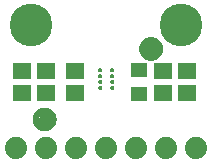
<source format=gbr>
G04 EAGLE Gerber RS-274X export*
G75*
%MOMM*%
%FSLAX34Y34*%
%LPD*%
%INSoldermask Top*%
%IPPOS*%
%AMOC8*
5,1,8,0,0,1.08239X$1,22.5*%
G01*
%ADD10C,1.101600*%
%ADD11C,0.500000*%
%ADD12C,3.617600*%
%ADD13R,1.601600X1.401600*%
%ADD14R,1.401600X1.301600*%
%ADD15C,1.879600*%

G36*
X94370Y87022D02*
X94370Y87022D01*
X94371Y87023D01*
X94372Y87022D01*
X94809Y87204D01*
X94810Y87204D01*
X94811Y87204D01*
X95186Y87493D01*
X95187Y87494D01*
X95476Y87869D01*
X95476Y87870D01*
X95476Y87871D01*
X95658Y88308D01*
X95657Y88309D01*
X95658Y88310D01*
X95658Y88311D01*
X95659Y88316D01*
X95660Y88321D01*
X95660Y88326D01*
X95667Y88380D01*
X95668Y88385D01*
X95669Y88390D01*
X95669Y88395D01*
X95670Y88400D01*
X95677Y88455D01*
X95678Y88460D01*
X95679Y88465D01*
X95679Y88470D01*
X95680Y88475D01*
X95687Y88529D01*
X95687Y88530D01*
X95688Y88534D01*
X95688Y88535D01*
X95688Y88539D01*
X95689Y88544D01*
X95690Y88549D01*
X95696Y88599D01*
X95697Y88604D01*
X95698Y88609D01*
X95698Y88614D01*
X95699Y88619D01*
X95699Y88624D01*
X95700Y88624D01*
X95699Y88624D01*
X95706Y88674D01*
X95707Y88679D01*
X95707Y88684D01*
X95708Y88688D01*
X95708Y88689D01*
X95709Y88693D01*
X95709Y88694D01*
X95709Y88698D01*
X95716Y88748D01*
X95716Y88753D01*
X95717Y88753D01*
X95716Y88753D01*
X95717Y88758D01*
X95718Y88763D01*
X95718Y88768D01*
X95719Y88773D01*
X95720Y88779D01*
X95719Y88780D01*
X95720Y88781D01*
X95658Y89250D01*
X95657Y89251D01*
X95658Y89252D01*
X95476Y89689D01*
X95476Y89690D01*
X95476Y89691D01*
X95187Y90066D01*
X95187Y90067D01*
X95186Y90067D01*
X94811Y90356D01*
X94810Y90356D01*
X94809Y90356D01*
X94372Y90538D01*
X94371Y90538D01*
X94370Y90538D01*
X93901Y90600D01*
X93900Y90599D01*
X93899Y90600D01*
X93430Y90538D01*
X93429Y90538D01*
X93428Y90538D01*
X92991Y90356D01*
X92990Y90356D01*
X92989Y90356D01*
X92614Y90067D01*
X92613Y90067D01*
X92613Y90066D01*
X92324Y89691D01*
X92324Y89690D01*
X92324Y89689D01*
X92142Y89252D01*
X92142Y89251D01*
X92143Y89251D01*
X92142Y89250D01*
X92141Y89241D01*
X92140Y89236D01*
X92139Y89231D01*
X92139Y89226D01*
X92138Y89221D01*
X92131Y89167D01*
X92130Y89162D01*
X92130Y89157D01*
X92129Y89152D01*
X92128Y89147D01*
X92122Y89097D01*
X92121Y89092D01*
X92120Y89087D01*
X92120Y89082D01*
X92119Y89077D01*
X92118Y89072D01*
X92112Y89023D01*
X92111Y89018D01*
X92111Y89013D01*
X92110Y89008D01*
X92109Y89003D01*
X92109Y88998D01*
X92102Y88948D01*
X92101Y88943D01*
X92101Y88938D01*
X92100Y88933D01*
X92100Y88928D01*
X92099Y88928D01*
X92100Y88928D01*
X92099Y88923D01*
X92092Y88874D01*
X92092Y88869D01*
X92091Y88864D01*
X92090Y88859D01*
X92090Y88854D01*
X92083Y88799D01*
X92082Y88799D01*
X92082Y88794D01*
X92081Y88789D01*
X92081Y88784D01*
X92080Y88781D01*
X92081Y88780D01*
X92080Y88779D01*
X92142Y88310D01*
X92143Y88309D01*
X92142Y88308D01*
X92324Y87871D01*
X92324Y87870D01*
X92324Y87869D01*
X92613Y87494D01*
X92614Y87493D01*
X92989Y87204D01*
X92990Y87204D01*
X92991Y87204D01*
X93428Y87022D01*
X93429Y87023D01*
X93430Y87022D01*
X93899Y86960D01*
X93900Y86961D01*
X93901Y86960D01*
X94370Y87022D01*
G37*
G36*
X84370Y87022D02*
X84370Y87022D01*
X84371Y87023D01*
X84372Y87022D01*
X84809Y87204D01*
X84810Y87204D01*
X84811Y87204D01*
X85186Y87493D01*
X85187Y87494D01*
X85476Y87869D01*
X85476Y87870D01*
X85476Y87871D01*
X85658Y88308D01*
X85657Y88309D01*
X85658Y88310D01*
X85658Y88311D01*
X85659Y88316D01*
X85660Y88321D01*
X85660Y88326D01*
X85667Y88380D01*
X85668Y88385D01*
X85669Y88390D01*
X85669Y88395D01*
X85670Y88400D01*
X85677Y88455D01*
X85678Y88460D01*
X85679Y88465D01*
X85679Y88470D01*
X85680Y88475D01*
X85687Y88529D01*
X85687Y88530D01*
X85688Y88534D01*
X85688Y88535D01*
X85688Y88539D01*
X85689Y88544D01*
X85690Y88549D01*
X85696Y88599D01*
X85697Y88604D01*
X85698Y88609D01*
X85698Y88614D01*
X85699Y88619D01*
X85699Y88624D01*
X85700Y88624D01*
X85699Y88624D01*
X85706Y88674D01*
X85707Y88679D01*
X85707Y88684D01*
X85708Y88688D01*
X85708Y88689D01*
X85709Y88693D01*
X85709Y88694D01*
X85709Y88698D01*
X85716Y88748D01*
X85716Y88753D01*
X85717Y88753D01*
X85716Y88753D01*
X85717Y88758D01*
X85718Y88763D01*
X85718Y88768D01*
X85719Y88773D01*
X85720Y88779D01*
X85719Y88780D01*
X85720Y88781D01*
X85658Y89250D01*
X85657Y89251D01*
X85658Y89252D01*
X85476Y89689D01*
X85476Y89690D01*
X85476Y89691D01*
X85187Y90066D01*
X85187Y90067D01*
X85186Y90067D01*
X84811Y90356D01*
X84810Y90356D01*
X84809Y90356D01*
X84372Y90538D01*
X84371Y90538D01*
X84370Y90538D01*
X83901Y90600D01*
X83900Y90599D01*
X83899Y90600D01*
X83430Y90538D01*
X83429Y90538D01*
X83428Y90538D01*
X82991Y90356D01*
X82990Y90356D01*
X82989Y90356D01*
X82614Y90067D01*
X82613Y90067D01*
X82613Y90066D01*
X82324Y89691D01*
X82324Y89690D01*
X82324Y89689D01*
X82142Y89252D01*
X82142Y89251D01*
X82143Y89251D01*
X82142Y89250D01*
X82141Y89241D01*
X82140Y89236D01*
X82139Y89231D01*
X82139Y89226D01*
X82138Y89221D01*
X82131Y89167D01*
X82130Y89162D01*
X82130Y89157D01*
X82129Y89152D01*
X82128Y89147D01*
X82122Y89097D01*
X82121Y89092D01*
X82120Y89087D01*
X82120Y89082D01*
X82119Y89077D01*
X82118Y89072D01*
X82112Y89023D01*
X82111Y89018D01*
X82111Y89013D01*
X82110Y89008D01*
X82109Y89003D01*
X82109Y88998D01*
X82102Y88948D01*
X82101Y88943D01*
X82101Y88938D01*
X82100Y88933D01*
X82100Y88928D01*
X82099Y88928D01*
X82100Y88928D01*
X82099Y88923D01*
X82092Y88874D01*
X82092Y88869D01*
X82091Y88864D01*
X82090Y88859D01*
X82090Y88854D01*
X82083Y88799D01*
X82082Y88799D01*
X82082Y88794D01*
X82081Y88789D01*
X82081Y88784D01*
X82080Y88781D01*
X82081Y88780D01*
X82080Y88779D01*
X82142Y88310D01*
X82143Y88309D01*
X82142Y88308D01*
X82324Y87871D01*
X82324Y87870D01*
X82324Y87869D01*
X82613Y87494D01*
X82614Y87493D01*
X82989Y87204D01*
X82990Y87204D01*
X82991Y87204D01*
X83428Y87022D01*
X83429Y87023D01*
X83430Y87022D01*
X83899Y86960D01*
X83900Y86961D01*
X83901Y86960D01*
X84370Y87022D01*
G37*
G36*
X84370Y82022D02*
X84370Y82022D01*
X84371Y82023D01*
X84372Y82022D01*
X84809Y82204D01*
X84810Y82204D01*
X84811Y82204D01*
X85186Y82493D01*
X85187Y82494D01*
X85476Y82869D01*
X85476Y82870D01*
X85476Y82871D01*
X85658Y83308D01*
X85657Y83309D01*
X85658Y83310D01*
X85658Y83311D01*
X85659Y83316D01*
X85660Y83321D01*
X85660Y83326D01*
X85667Y83380D01*
X85668Y83385D01*
X85669Y83390D01*
X85669Y83395D01*
X85670Y83400D01*
X85677Y83455D01*
X85678Y83460D01*
X85679Y83465D01*
X85679Y83470D01*
X85680Y83475D01*
X85687Y83529D01*
X85687Y83530D01*
X85688Y83534D01*
X85688Y83535D01*
X85688Y83539D01*
X85689Y83544D01*
X85690Y83549D01*
X85696Y83599D01*
X85697Y83604D01*
X85698Y83609D01*
X85698Y83614D01*
X85699Y83619D01*
X85699Y83624D01*
X85700Y83624D01*
X85699Y83624D01*
X85706Y83674D01*
X85707Y83679D01*
X85707Y83684D01*
X85708Y83688D01*
X85708Y83689D01*
X85709Y83693D01*
X85709Y83694D01*
X85709Y83698D01*
X85716Y83748D01*
X85716Y83753D01*
X85717Y83753D01*
X85716Y83753D01*
X85717Y83758D01*
X85718Y83763D01*
X85718Y83768D01*
X85719Y83773D01*
X85720Y83779D01*
X85719Y83780D01*
X85720Y83781D01*
X85658Y84250D01*
X85657Y84251D01*
X85658Y84252D01*
X85476Y84689D01*
X85476Y84690D01*
X85476Y84691D01*
X85187Y85066D01*
X85187Y85067D01*
X85186Y85067D01*
X84811Y85356D01*
X84810Y85356D01*
X84809Y85356D01*
X84372Y85538D01*
X84371Y85538D01*
X84370Y85538D01*
X83901Y85600D01*
X83900Y85599D01*
X83899Y85600D01*
X83430Y85538D01*
X83429Y85538D01*
X83428Y85538D01*
X82991Y85356D01*
X82990Y85356D01*
X82989Y85356D01*
X82614Y85067D01*
X82613Y85067D01*
X82613Y85066D01*
X82324Y84691D01*
X82324Y84690D01*
X82324Y84689D01*
X82142Y84252D01*
X82142Y84251D01*
X82143Y84251D01*
X82142Y84250D01*
X82141Y84241D01*
X82140Y84236D01*
X82139Y84231D01*
X82139Y84226D01*
X82138Y84221D01*
X82131Y84167D01*
X82130Y84162D01*
X82130Y84157D01*
X82129Y84152D01*
X82128Y84147D01*
X82122Y84097D01*
X82121Y84092D01*
X82120Y84087D01*
X82120Y84082D01*
X82119Y84077D01*
X82118Y84072D01*
X82112Y84023D01*
X82111Y84018D01*
X82111Y84013D01*
X82110Y84008D01*
X82109Y84003D01*
X82109Y83998D01*
X82102Y83948D01*
X82101Y83943D01*
X82101Y83938D01*
X82100Y83933D01*
X82100Y83928D01*
X82099Y83928D01*
X82100Y83928D01*
X82099Y83923D01*
X82092Y83874D01*
X82092Y83869D01*
X82091Y83864D01*
X82090Y83859D01*
X82090Y83854D01*
X82083Y83799D01*
X82082Y83799D01*
X82082Y83794D01*
X82081Y83789D01*
X82081Y83784D01*
X82080Y83781D01*
X82081Y83780D01*
X82080Y83779D01*
X82142Y83310D01*
X82143Y83309D01*
X82142Y83308D01*
X82324Y82871D01*
X82324Y82870D01*
X82324Y82869D01*
X82613Y82494D01*
X82614Y82493D01*
X82989Y82204D01*
X82990Y82204D01*
X82991Y82204D01*
X83428Y82022D01*
X83429Y82023D01*
X83430Y82022D01*
X83899Y81960D01*
X83900Y81961D01*
X83901Y81960D01*
X84370Y82022D01*
G37*
G36*
X94370Y82022D02*
X94370Y82022D01*
X94371Y82023D01*
X94372Y82022D01*
X94809Y82204D01*
X94810Y82204D01*
X94811Y82204D01*
X95186Y82493D01*
X95187Y82494D01*
X95476Y82869D01*
X95476Y82870D01*
X95476Y82871D01*
X95658Y83308D01*
X95657Y83309D01*
X95658Y83310D01*
X95658Y83311D01*
X95659Y83316D01*
X95660Y83321D01*
X95660Y83326D01*
X95667Y83380D01*
X95668Y83385D01*
X95669Y83390D01*
X95669Y83395D01*
X95670Y83400D01*
X95677Y83455D01*
X95678Y83460D01*
X95679Y83465D01*
X95679Y83470D01*
X95680Y83475D01*
X95687Y83529D01*
X95687Y83530D01*
X95688Y83534D01*
X95688Y83535D01*
X95688Y83539D01*
X95689Y83544D01*
X95690Y83549D01*
X95696Y83599D01*
X95697Y83604D01*
X95698Y83609D01*
X95698Y83614D01*
X95699Y83619D01*
X95699Y83624D01*
X95700Y83624D01*
X95699Y83624D01*
X95706Y83674D01*
X95707Y83679D01*
X95707Y83684D01*
X95708Y83688D01*
X95708Y83689D01*
X95709Y83693D01*
X95709Y83694D01*
X95709Y83698D01*
X95716Y83748D01*
X95716Y83753D01*
X95717Y83753D01*
X95716Y83753D01*
X95717Y83758D01*
X95718Y83763D01*
X95718Y83768D01*
X95719Y83773D01*
X95720Y83779D01*
X95719Y83780D01*
X95720Y83781D01*
X95658Y84250D01*
X95657Y84251D01*
X95658Y84252D01*
X95476Y84689D01*
X95476Y84690D01*
X95476Y84691D01*
X95187Y85066D01*
X95187Y85067D01*
X95186Y85067D01*
X94811Y85356D01*
X94810Y85356D01*
X94809Y85356D01*
X94372Y85538D01*
X94371Y85538D01*
X94370Y85538D01*
X93901Y85600D01*
X93900Y85599D01*
X93899Y85600D01*
X93430Y85538D01*
X93429Y85538D01*
X93428Y85538D01*
X92991Y85356D01*
X92990Y85356D01*
X92989Y85356D01*
X92614Y85067D01*
X92613Y85067D01*
X92613Y85066D01*
X92324Y84691D01*
X92324Y84690D01*
X92324Y84689D01*
X92142Y84252D01*
X92142Y84251D01*
X92143Y84251D01*
X92142Y84250D01*
X92141Y84241D01*
X92140Y84236D01*
X92139Y84231D01*
X92139Y84226D01*
X92138Y84221D01*
X92131Y84167D01*
X92130Y84162D01*
X92130Y84157D01*
X92129Y84152D01*
X92128Y84147D01*
X92122Y84097D01*
X92121Y84092D01*
X92120Y84087D01*
X92120Y84082D01*
X92119Y84077D01*
X92118Y84072D01*
X92112Y84023D01*
X92111Y84018D01*
X92111Y84013D01*
X92110Y84008D01*
X92109Y84003D01*
X92109Y83998D01*
X92102Y83948D01*
X92101Y83943D01*
X92101Y83938D01*
X92100Y83933D01*
X92100Y83928D01*
X92099Y83928D01*
X92100Y83928D01*
X92099Y83923D01*
X92092Y83874D01*
X92092Y83869D01*
X92091Y83864D01*
X92090Y83859D01*
X92090Y83854D01*
X92083Y83799D01*
X92082Y83799D01*
X92082Y83794D01*
X92081Y83789D01*
X92081Y83784D01*
X92080Y83781D01*
X92081Y83780D01*
X92080Y83779D01*
X92142Y83310D01*
X92143Y83309D01*
X92142Y83308D01*
X92324Y82871D01*
X92324Y82870D01*
X92324Y82869D01*
X92613Y82494D01*
X92614Y82493D01*
X92989Y82204D01*
X92990Y82204D01*
X92991Y82204D01*
X93428Y82022D01*
X93429Y82023D01*
X93430Y82022D01*
X93899Y81960D01*
X93900Y81961D01*
X93901Y81960D01*
X94370Y82022D01*
G37*
G36*
X84370Y77022D02*
X84370Y77022D01*
X84371Y77023D01*
X84372Y77022D01*
X84809Y77204D01*
X84810Y77204D01*
X84811Y77204D01*
X85186Y77493D01*
X85187Y77494D01*
X85476Y77869D01*
X85476Y77870D01*
X85476Y77871D01*
X85658Y78308D01*
X85657Y78309D01*
X85658Y78310D01*
X85658Y78311D01*
X85659Y78316D01*
X85660Y78321D01*
X85660Y78326D01*
X85667Y78380D01*
X85668Y78385D01*
X85669Y78390D01*
X85669Y78395D01*
X85670Y78400D01*
X85677Y78455D01*
X85678Y78460D01*
X85679Y78465D01*
X85679Y78470D01*
X85680Y78475D01*
X85687Y78529D01*
X85687Y78530D01*
X85688Y78534D01*
X85688Y78535D01*
X85688Y78539D01*
X85689Y78544D01*
X85690Y78549D01*
X85696Y78599D01*
X85697Y78604D01*
X85698Y78609D01*
X85698Y78614D01*
X85699Y78619D01*
X85699Y78624D01*
X85700Y78624D01*
X85699Y78624D01*
X85706Y78674D01*
X85707Y78679D01*
X85707Y78684D01*
X85708Y78688D01*
X85708Y78689D01*
X85709Y78693D01*
X85709Y78694D01*
X85709Y78698D01*
X85716Y78748D01*
X85716Y78753D01*
X85717Y78753D01*
X85716Y78753D01*
X85717Y78758D01*
X85718Y78763D01*
X85718Y78768D01*
X85719Y78773D01*
X85720Y78779D01*
X85719Y78780D01*
X85720Y78781D01*
X85658Y79250D01*
X85657Y79251D01*
X85658Y79252D01*
X85476Y79689D01*
X85476Y79690D01*
X85476Y79691D01*
X85187Y80066D01*
X85187Y80067D01*
X85186Y80067D01*
X84811Y80356D01*
X84810Y80356D01*
X84809Y80356D01*
X84372Y80538D01*
X84371Y80538D01*
X84370Y80538D01*
X83901Y80600D01*
X83900Y80599D01*
X83899Y80600D01*
X83430Y80538D01*
X83429Y80538D01*
X83428Y80538D01*
X82991Y80356D01*
X82990Y80356D01*
X82989Y80356D01*
X82614Y80067D01*
X82613Y80067D01*
X82613Y80066D01*
X82324Y79691D01*
X82324Y79690D01*
X82324Y79689D01*
X82142Y79252D01*
X82142Y79251D01*
X82143Y79251D01*
X82142Y79250D01*
X82141Y79241D01*
X82140Y79236D01*
X82139Y79231D01*
X82139Y79226D01*
X82138Y79221D01*
X82131Y79167D01*
X82130Y79162D01*
X82130Y79157D01*
X82129Y79152D01*
X82128Y79147D01*
X82122Y79097D01*
X82121Y79092D01*
X82120Y79087D01*
X82120Y79082D01*
X82119Y79077D01*
X82118Y79072D01*
X82112Y79023D01*
X82111Y79018D01*
X82111Y79013D01*
X82110Y79008D01*
X82109Y79003D01*
X82109Y78998D01*
X82102Y78948D01*
X82101Y78943D01*
X82101Y78938D01*
X82100Y78933D01*
X82100Y78928D01*
X82099Y78928D01*
X82100Y78928D01*
X82099Y78923D01*
X82092Y78874D01*
X82092Y78869D01*
X82091Y78864D01*
X82090Y78859D01*
X82090Y78854D01*
X82083Y78799D01*
X82082Y78799D01*
X82082Y78794D01*
X82081Y78789D01*
X82081Y78784D01*
X82080Y78781D01*
X82081Y78780D01*
X82080Y78779D01*
X82142Y78310D01*
X82143Y78309D01*
X82142Y78308D01*
X82324Y77871D01*
X82324Y77870D01*
X82324Y77869D01*
X82613Y77494D01*
X82614Y77493D01*
X82989Y77204D01*
X82990Y77204D01*
X82991Y77204D01*
X83428Y77022D01*
X83429Y77023D01*
X83430Y77022D01*
X83899Y76960D01*
X83900Y76961D01*
X83901Y76960D01*
X84370Y77022D01*
G37*
G36*
X94370Y77022D02*
X94370Y77022D01*
X94371Y77023D01*
X94372Y77022D01*
X94809Y77204D01*
X94810Y77204D01*
X94811Y77204D01*
X95186Y77493D01*
X95187Y77494D01*
X95476Y77869D01*
X95476Y77870D01*
X95476Y77871D01*
X95658Y78308D01*
X95657Y78309D01*
X95658Y78310D01*
X95658Y78311D01*
X95659Y78316D01*
X95660Y78321D01*
X95660Y78326D01*
X95667Y78380D01*
X95668Y78385D01*
X95669Y78390D01*
X95669Y78395D01*
X95670Y78400D01*
X95677Y78455D01*
X95678Y78460D01*
X95679Y78465D01*
X95679Y78470D01*
X95680Y78475D01*
X95687Y78529D01*
X95687Y78530D01*
X95688Y78534D01*
X95688Y78535D01*
X95688Y78539D01*
X95689Y78544D01*
X95690Y78549D01*
X95696Y78599D01*
X95697Y78604D01*
X95698Y78609D01*
X95698Y78614D01*
X95699Y78619D01*
X95699Y78624D01*
X95700Y78624D01*
X95699Y78624D01*
X95706Y78674D01*
X95707Y78679D01*
X95707Y78684D01*
X95708Y78688D01*
X95708Y78689D01*
X95709Y78693D01*
X95709Y78694D01*
X95709Y78698D01*
X95716Y78748D01*
X95716Y78753D01*
X95717Y78753D01*
X95716Y78753D01*
X95717Y78758D01*
X95718Y78763D01*
X95718Y78768D01*
X95719Y78773D01*
X95720Y78779D01*
X95719Y78780D01*
X95720Y78781D01*
X95658Y79250D01*
X95657Y79251D01*
X95658Y79252D01*
X95476Y79689D01*
X95476Y79690D01*
X95476Y79691D01*
X95187Y80066D01*
X95187Y80067D01*
X95186Y80067D01*
X94811Y80356D01*
X94810Y80356D01*
X94809Y80356D01*
X94372Y80538D01*
X94371Y80538D01*
X94370Y80538D01*
X93901Y80600D01*
X93900Y80599D01*
X93899Y80600D01*
X93430Y80538D01*
X93429Y80538D01*
X93428Y80538D01*
X92991Y80356D01*
X92990Y80356D01*
X92989Y80356D01*
X92614Y80067D01*
X92613Y80067D01*
X92613Y80066D01*
X92324Y79691D01*
X92324Y79690D01*
X92324Y79689D01*
X92142Y79252D01*
X92142Y79251D01*
X92143Y79251D01*
X92142Y79250D01*
X92141Y79241D01*
X92140Y79236D01*
X92139Y79231D01*
X92139Y79226D01*
X92138Y79221D01*
X92131Y79167D01*
X92130Y79162D01*
X92130Y79157D01*
X92129Y79152D01*
X92128Y79147D01*
X92122Y79097D01*
X92121Y79092D01*
X92120Y79087D01*
X92120Y79082D01*
X92119Y79077D01*
X92118Y79072D01*
X92112Y79023D01*
X92111Y79018D01*
X92111Y79013D01*
X92110Y79008D01*
X92109Y79003D01*
X92109Y78998D01*
X92102Y78948D01*
X92101Y78943D01*
X92101Y78938D01*
X92100Y78933D01*
X92100Y78928D01*
X92099Y78928D01*
X92100Y78928D01*
X92099Y78923D01*
X92092Y78874D01*
X92092Y78869D01*
X92091Y78864D01*
X92090Y78859D01*
X92090Y78854D01*
X92083Y78799D01*
X92082Y78799D01*
X92082Y78794D01*
X92081Y78789D01*
X92081Y78784D01*
X92080Y78781D01*
X92081Y78780D01*
X92080Y78779D01*
X92142Y78310D01*
X92143Y78309D01*
X92142Y78308D01*
X92324Y77871D01*
X92324Y77870D01*
X92324Y77869D01*
X92613Y77494D01*
X92614Y77493D01*
X92989Y77204D01*
X92990Y77204D01*
X92991Y77204D01*
X93428Y77022D01*
X93429Y77023D01*
X93430Y77022D01*
X93899Y76960D01*
X93900Y76961D01*
X93901Y76960D01*
X94370Y77022D01*
G37*
G36*
X84370Y72022D02*
X84370Y72022D01*
X84371Y72023D01*
X84372Y72022D01*
X84809Y72204D01*
X84810Y72204D01*
X84811Y72204D01*
X85186Y72493D01*
X85187Y72494D01*
X85476Y72869D01*
X85476Y72870D01*
X85476Y72871D01*
X85658Y73308D01*
X85657Y73309D01*
X85658Y73310D01*
X85658Y73311D01*
X85659Y73316D01*
X85660Y73321D01*
X85660Y73326D01*
X85667Y73380D01*
X85668Y73385D01*
X85669Y73390D01*
X85669Y73395D01*
X85670Y73400D01*
X85677Y73455D01*
X85678Y73460D01*
X85679Y73465D01*
X85679Y73470D01*
X85680Y73475D01*
X85687Y73529D01*
X85687Y73530D01*
X85688Y73534D01*
X85688Y73535D01*
X85688Y73539D01*
X85689Y73544D01*
X85690Y73549D01*
X85696Y73599D01*
X85697Y73604D01*
X85698Y73609D01*
X85698Y73614D01*
X85699Y73619D01*
X85699Y73624D01*
X85700Y73624D01*
X85699Y73624D01*
X85706Y73674D01*
X85707Y73679D01*
X85707Y73684D01*
X85708Y73688D01*
X85708Y73689D01*
X85709Y73693D01*
X85709Y73694D01*
X85709Y73698D01*
X85716Y73748D01*
X85716Y73753D01*
X85717Y73753D01*
X85716Y73753D01*
X85717Y73758D01*
X85718Y73763D01*
X85718Y73768D01*
X85719Y73773D01*
X85720Y73779D01*
X85719Y73780D01*
X85720Y73781D01*
X85658Y74250D01*
X85657Y74251D01*
X85658Y74252D01*
X85476Y74689D01*
X85476Y74690D01*
X85476Y74691D01*
X85187Y75066D01*
X85187Y75067D01*
X85186Y75067D01*
X84811Y75356D01*
X84810Y75356D01*
X84809Y75356D01*
X84372Y75538D01*
X84371Y75538D01*
X84370Y75538D01*
X83901Y75600D01*
X83900Y75599D01*
X83899Y75600D01*
X83430Y75538D01*
X83429Y75538D01*
X83428Y75538D01*
X82991Y75356D01*
X82990Y75356D01*
X82989Y75356D01*
X82614Y75067D01*
X82613Y75067D01*
X82613Y75066D01*
X82324Y74691D01*
X82324Y74690D01*
X82324Y74689D01*
X82142Y74252D01*
X82142Y74251D01*
X82143Y74251D01*
X82142Y74250D01*
X82141Y74241D01*
X82140Y74236D01*
X82139Y74231D01*
X82139Y74226D01*
X82138Y74221D01*
X82131Y74167D01*
X82130Y74162D01*
X82130Y74157D01*
X82129Y74152D01*
X82128Y74147D01*
X82122Y74097D01*
X82121Y74092D01*
X82120Y74087D01*
X82120Y74082D01*
X82119Y74077D01*
X82118Y74072D01*
X82112Y74023D01*
X82111Y74018D01*
X82111Y74013D01*
X82110Y74008D01*
X82109Y74003D01*
X82109Y73998D01*
X82102Y73948D01*
X82101Y73943D01*
X82101Y73938D01*
X82100Y73933D01*
X82100Y73928D01*
X82099Y73928D01*
X82100Y73928D01*
X82099Y73923D01*
X82092Y73874D01*
X82092Y73869D01*
X82091Y73864D01*
X82090Y73859D01*
X82090Y73854D01*
X82083Y73799D01*
X82082Y73799D01*
X82082Y73794D01*
X82081Y73789D01*
X82081Y73784D01*
X82080Y73781D01*
X82081Y73780D01*
X82080Y73779D01*
X82142Y73310D01*
X82143Y73309D01*
X82142Y73308D01*
X82324Y72871D01*
X82324Y72870D01*
X82324Y72869D01*
X82613Y72494D01*
X82614Y72493D01*
X82989Y72204D01*
X82990Y72204D01*
X82991Y72204D01*
X83428Y72022D01*
X83429Y72023D01*
X83430Y72022D01*
X83899Y71960D01*
X83900Y71961D01*
X83901Y71960D01*
X84370Y72022D01*
G37*
G36*
X94370Y72022D02*
X94370Y72022D01*
X94371Y72023D01*
X94372Y72022D01*
X94809Y72204D01*
X94810Y72204D01*
X94811Y72204D01*
X95186Y72493D01*
X95187Y72494D01*
X95476Y72869D01*
X95476Y72870D01*
X95476Y72871D01*
X95658Y73308D01*
X95657Y73309D01*
X95658Y73310D01*
X95658Y73311D01*
X95659Y73316D01*
X95660Y73321D01*
X95660Y73326D01*
X95667Y73380D01*
X95668Y73385D01*
X95669Y73390D01*
X95669Y73395D01*
X95670Y73400D01*
X95677Y73455D01*
X95678Y73460D01*
X95679Y73465D01*
X95679Y73470D01*
X95680Y73475D01*
X95687Y73529D01*
X95687Y73530D01*
X95688Y73534D01*
X95688Y73535D01*
X95688Y73539D01*
X95689Y73544D01*
X95690Y73549D01*
X95696Y73599D01*
X95697Y73604D01*
X95698Y73609D01*
X95698Y73614D01*
X95699Y73619D01*
X95699Y73624D01*
X95700Y73624D01*
X95699Y73624D01*
X95706Y73674D01*
X95707Y73679D01*
X95707Y73684D01*
X95708Y73688D01*
X95708Y73689D01*
X95709Y73693D01*
X95709Y73694D01*
X95709Y73698D01*
X95716Y73748D01*
X95716Y73753D01*
X95717Y73753D01*
X95716Y73753D01*
X95717Y73758D01*
X95718Y73763D01*
X95718Y73768D01*
X95719Y73773D01*
X95720Y73779D01*
X95719Y73780D01*
X95720Y73781D01*
X95658Y74250D01*
X95657Y74251D01*
X95658Y74252D01*
X95476Y74689D01*
X95476Y74690D01*
X95476Y74691D01*
X95187Y75066D01*
X95187Y75067D01*
X95186Y75067D01*
X94811Y75356D01*
X94810Y75356D01*
X94809Y75356D01*
X94372Y75538D01*
X94371Y75538D01*
X94370Y75538D01*
X93901Y75600D01*
X93900Y75599D01*
X93899Y75600D01*
X93430Y75538D01*
X93429Y75538D01*
X93428Y75538D01*
X92991Y75356D01*
X92990Y75356D01*
X92989Y75356D01*
X92614Y75067D01*
X92613Y75067D01*
X92613Y75066D01*
X92324Y74691D01*
X92324Y74690D01*
X92324Y74689D01*
X92142Y74252D01*
X92142Y74251D01*
X92143Y74251D01*
X92142Y74250D01*
X92141Y74241D01*
X92140Y74236D01*
X92139Y74231D01*
X92139Y74226D01*
X92138Y74221D01*
X92131Y74167D01*
X92130Y74162D01*
X92130Y74157D01*
X92129Y74152D01*
X92128Y74147D01*
X92122Y74097D01*
X92121Y74092D01*
X92120Y74087D01*
X92120Y74082D01*
X92119Y74077D01*
X92118Y74072D01*
X92112Y74023D01*
X92111Y74018D01*
X92111Y74013D01*
X92110Y74008D01*
X92109Y74003D01*
X92109Y73998D01*
X92102Y73948D01*
X92101Y73943D01*
X92101Y73938D01*
X92100Y73933D01*
X92100Y73928D01*
X92099Y73928D01*
X92100Y73928D01*
X92099Y73923D01*
X92092Y73874D01*
X92092Y73869D01*
X92091Y73864D01*
X92090Y73859D01*
X92090Y73854D01*
X92083Y73799D01*
X92082Y73799D01*
X92082Y73794D01*
X92081Y73789D01*
X92081Y73784D01*
X92080Y73781D01*
X92081Y73780D01*
X92080Y73779D01*
X92142Y73310D01*
X92143Y73309D01*
X92142Y73308D01*
X92324Y72871D01*
X92324Y72870D01*
X92324Y72869D01*
X92613Y72494D01*
X92614Y72493D01*
X92989Y72204D01*
X92990Y72204D01*
X92991Y72204D01*
X93428Y72022D01*
X93429Y72023D01*
X93430Y72022D01*
X93899Y71960D01*
X93900Y71961D01*
X93901Y71960D01*
X94370Y72022D01*
G37*
D10*
X36830Y46990D03*
D11*
X36830Y54490D02*
X36649Y54488D01*
X36468Y54481D01*
X36287Y54470D01*
X36106Y54455D01*
X35926Y54435D01*
X35746Y54411D01*
X35567Y54383D01*
X35389Y54350D01*
X35212Y54313D01*
X35035Y54272D01*
X34860Y54227D01*
X34685Y54177D01*
X34512Y54123D01*
X34341Y54065D01*
X34170Y54003D01*
X34002Y53936D01*
X33835Y53866D01*
X33669Y53792D01*
X33506Y53713D01*
X33345Y53631D01*
X33185Y53545D01*
X33028Y53455D01*
X32873Y53361D01*
X32720Y53264D01*
X32570Y53162D01*
X32422Y53058D01*
X32276Y52949D01*
X32134Y52838D01*
X31994Y52722D01*
X31857Y52604D01*
X31722Y52482D01*
X31591Y52357D01*
X31463Y52229D01*
X31338Y52098D01*
X31216Y51963D01*
X31098Y51826D01*
X30982Y51686D01*
X30871Y51544D01*
X30762Y51398D01*
X30658Y51250D01*
X30556Y51100D01*
X30459Y50947D01*
X30365Y50792D01*
X30275Y50635D01*
X30189Y50475D01*
X30107Y50314D01*
X30028Y50151D01*
X29954Y49985D01*
X29884Y49818D01*
X29817Y49650D01*
X29755Y49479D01*
X29697Y49308D01*
X29643Y49135D01*
X29593Y48960D01*
X29548Y48785D01*
X29507Y48608D01*
X29470Y48431D01*
X29437Y48253D01*
X29409Y48074D01*
X29385Y47894D01*
X29365Y47714D01*
X29350Y47533D01*
X29339Y47352D01*
X29332Y47171D01*
X29330Y46990D01*
X36830Y54490D02*
X37011Y54488D01*
X37192Y54481D01*
X37373Y54470D01*
X37554Y54455D01*
X37734Y54435D01*
X37914Y54411D01*
X38093Y54383D01*
X38271Y54350D01*
X38448Y54313D01*
X38625Y54272D01*
X38800Y54227D01*
X38975Y54177D01*
X39148Y54123D01*
X39319Y54065D01*
X39490Y54003D01*
X39658Y53936D01*
X39825Y53866D01*
X39991Y53792D01*
X40154Y53713D01*
X40315Y53631D01*
X40475Y53545D01*
X40632Y53455D01*
X40787Y53361D01*
X40940Y53264D01*
X41090Y53162D01*
X41238Y53058D01*
X41384Y52949D01*
X41526Y52838D01*
X41666Y52722D01*
X41803Y52604D01*
X41938Y52482D01*
X42069Y52357D01*
X42197Y52229D01*
X42322Y52098D01*
X42444Y51963D01*
X42562Y51826D01*
X42678Y51686D01*
X42789Y51544D01*
X42898Y51398D01*
X43002Y51250D01*
X43104Y51100D01*
X43201Y50947D01*
X43295Y50792D01*
X43385Y50635D01*
X43471Y50475D01*
X43553Y50314D01*
X43632Y50151D01*
X43706Y49985D01*
X43776Y49818D01*
X43843Y49650D01*
X43905Y49479D01*
X43963Y49308D01*
X44017Y49135D01*
X44067Y48960D01*
X44112Y48785D01*
X44153Y48608D01*
X44190Y48431D01*
X44223Y48253D01*
X44251Y48074D01*
X44275Y47894D01*
X44295Y47714D01*
X44310Y47533D01*
X44321Y47352D01*
X44328Y47171D01*
X44330Y46990D01*
X44328Y46809D01*
X44321Y46628D01*
X44310Y46447D01*
X44295Y46266D01*
X44275Y46086D01*
X44251Y45906D01*
X44223Y45727D01*
X44190Y45549D01*
X44153Y45372D01*
X44112Y45195D01*
X44067Y45020D01*
X44017Y44845D01*
X43963Y44672D01*
X43905Y44501D01*
X43843Y44330D01*
X43776Y44162D01*
X43706Y43995D01*
X43632Y43829D01*
X43553Y43666D01*
X43471Y43505D01*
X43385Y43345D01*
X43295Y43188D01*
X43201Y43033D01*
X43104Y42880D01*
X43002Y42730D01*
X42898Y42582D01*
X42789Y42436D01*
X42678Y42294D01*
X42562Y42154D01*
X42444Y42017D01*
X42322Y41882D01*
X42197Y41751D01*
X42069Y41623D01*
X41938Y41498D01*
X41803Y41376D01*
X41666Y41258D01*
X41526Y41142D01*
X41384Y41031D01*
X41238Y40922D01*
X41090Y40818D01*
X40940Y40716D01*
X40787Y40619D01*
X40632Y40525D01*
X40475Y40435D01*
X40315Y40349D01*
X40154Y40267D01*
X39991Y40188D01*
X39825Y40114D01*
X39658Y40044D01*
X39490Y39977D01*
X39319Y39915D01*
X39148Y39857D01*
X38975Y39803D01*
X38800Y39753D01*
X38625Y39708D01*
X38448Y39667D01*
X38271Y39630D01*
X38093Y39597D01*
X37914Y39569D01*
X37734Y39545D01*
X37554Y39525D01*
X37373Y39510D01*
X37192Y39499D01*
X37011Y39492D01*
X36830Y39490D01*
X36649Y39492D01*
X36468Y39499D01*
X36287Y39510D01*
X36106Y39525D01*
X35926Y39545D01*
X35746Y39569D01*
X35567Y39597D01*
X35389Y39630D01*
X35212Y39667D01*
X35035Y39708D01*
X34860Y39753D01*
X34685Y39803D01*
X34512Y39857D01*
X34341Y39915D01*
X34170Y39977D01*
X34002Y40044D01*
X33835Y40114D01*
X33669Y40188D01*
X33506Y40267D01*
X33345Y40349D01*
X33185Y40435D01*
X33028Y40525D01*
X32873Y40619D01*
X32720Y40716D01*
X32570Y40818D01*
X32422Y40922D01*
X32276Y41031D01*
X32134Y41142D01*
X31994Y41258D01*
X31857Y41376D01*
X31722Y41498D01*
X31591Y41623D01*
X31463Y41751D01*
X31338Y41882D01*
X31216Y42017D01*
X31098Y42154D01*
X30982Y42294D01*
X30871Y42436D01*
X30762Y42582D01*
X30658Y42730D01*
X30556Y42880D01*
X30459Y43033D01*
X30365Y43188D01*
X30275Y43345D01*
X30189Y43505D01*
X30107Y43666D01*
X30028Y43829D01*
X29954Y43995D01*
X29884Y44162D01*
X29817Y44330D01*
X29755Y44501D01*
X29697Y44672D01*
X29643Y44845D01*
X29593Y45020D01*
X29548Y45195D01*
X29507Y45372D01*
X29470Y45549D01*
X29437Y45727D01*
X29409Y45906D01*
X29385Y46086D01*
X29365Y46266D01*
X29350Y46447D01*
X29339Y46628D01*
X29332Y46809D01*
X29330Y46990D01*
D10*
X127000Y106680D03*
D11*
X127000Y114180D02*
X126819Y114178D01*
X126638Y114171D01*
X126457Y114160D01*
X126276Y114145D01*
X126096Y114125D01*
X125916Y114101D01*
X125737Y114073D01*
X125559Y114040D01*
X125382Y114003D01*
X125205Y113962D01*
X125030Y113917D01*
X124855Y113867D01*
X124682Y113813D01*
X124511Y113755D01*
X124340Y113693D01*
X124172Y113626D01*
X124005Y113556D01*
X123839Y113482D01*
X123676Y113403D01*
X123515Y113321D01*
X123355Y113235D01*
X123198Y113145D01*
X123043Y113051D01*
X122890Y112954D01*
X122740Y112852D01*
X122592Y112748D01*
X122446Y112639D01*
X122304Y112528D01*
X122164Y112412D01*
X122027Y112294D01*
X121892Y112172D01*
X121761Y112047D01*
X121633Y111919D01*
X121508Y111788D01*
X121386Y111653D01*
X121268Y111516D01*
X121152Y111376D01*
X121041Y111234D01*
X120932Y111088D01*
X120828Y110940D01*
X120726Y110790D01*
X120629Y110637D01*
X120535Y110482D01*
X120445Y110325D01*
X120359Y110165D01*
X120277Y110004D01*
X120198Y109841D01*
X120124Y109675D01*
X120054Y109508D01*
X119987Y109340D01*
X119925Y109169D01*
X119867Y108998D01*
X119813Y108825D01*
X119763Y108650D01*
X119718Y108475D01*
X119677Y108298D01*
X119640Y108121D01*
X119607Y107943D01*
X119579Y107764D01*
X119555Y107584D01*
X119535Y107404D01*
X119520Y107223D01*
X119509Y107042D01*
X119502Y106861D01*
X119500Y106680D01*
X127000Y114180D02*
X127181Y114178D01*
X127362Y114171D01*
X127543Y114160D01*
X127724Y114145D01*
X127904Y114125D01*
X128084Y114101D01*
X128263Y114073D01*
X128441Y114040D01*
X128618Y114003D01*
X128795Y113962D01*
X128970Y113917D01*
X129145Y113867D01*
X129318Y113813D01*
X129489Y113755D01*
X129660Y113693D01*
X129828Y113626D01*
X129995Y113556D01*
X130161Y113482D01*
X130324Y113403D01*
X130485Y113321D01*
X130645Y113235D01*
X130802Y113145D01*
X130957Y113051D01*
X131110Y112954D01*
X131260Y112852D01*
X131408Y112748D01*
X131554Y112639D01*
X131696Y112528D01*
X131836Y112412D01*
X131973Y112294D01*
X132108Y112172D01*
X132239Y112047D01*
X132367Y111919D01*
X132492Y111788D01*
X132614Y111653D01*
X132732Y111516D01*
X132848Y111376D01*
X132959Y111234D01*
X133068Y111088D01*
X133172Y110940D01*
X133274Y110790D01*
X133371Y110637D01*
X133465Y110482D01*
X133555Y110325D01*
X133641Y110165D01*
X133723Y110004D01*
X133802Y109841D01*
X133876Y109675D01*
X133946Y109508D01*
X134013Y109340D01*
X134075Y109169D01*
X134133Y108998D01*
X134187Y108825D01*
X134237Y108650D01*
X134282Y108475D01*
X134323Y108298D01*
X134360Y108121D01*
X134393Y107943D01*
X134421Y107764D01*
X134445Y107584D01*
X134465Y107404D01*
X134480Y107223D01*
X134491Y107042D01*
X134498Y106861D01*
X134500Y106680D01*
X134498Y106499D01*
X134491Y106318D01*
X134480Y106137D01*
X134465Y105956D01*
X134445Y105776D01*
X134421Y105596D01*
X134393Y105417D01*
X134360Y105239D01*
X134323Y105062D01*
X134282Y104885D01*
X134237Y104710D01*
X134187Y104535D01*
X134133Y104362D01*
X134075Y104191D01*
X134013Y104020D01*
X133946Y103852D01*
X133876Y103685D01*
X133802Y103519D01*
X133723Y103356D01*
X133641Y103195D01*
X133555Y103035D01*
X133465Y102878D01*
X133371Y102723D01*
X133274Y102570D01*
X133172Y102420D01*
X133068Y102272D01*
X132959Y102126D01*
X132848Y101984D01*
X132732Y101844D01*
X132614Y101707D01*
X132492Y101572D01*
X132367Y101441D01*
X132239Y101313D01*
X132108Y101188D01*
X131973Y101066D01*
X131836Y100948D01*
X131696Y100832D01*
X131554Y100721D01*
X131408Y100612D01*
X131260Y100508D01*
X131110Y100406D01*
X130957Y100309D01*
X130802Y100215D01*
X130645Y100125D01*
X130485Y100039D01*
X130324Y99957D01*
X130161Y99878D01*
X129995Y99804D01*
X129828Y99734D01*
X129660Y99667D01*
X129489Y99605D01*
X129318Y99547D01*
X129145Y99493D01*
X128970Y99443D01*
X128795Y99398D01*
X128618Y99357D01*
X128441Y99320D01*
X128263Y99287D01*
X128084Y99259D01*
X127904Y99235D01*
X127724Y99215D01*
X127543Y99200D01*
X127362Y99189D01*
X127181Y99182D01*
X127000Y99180D01*
X126819Y99182D01*
X126638Y99189D01*
X126457Y99200D01*
X126276Y99215D01*
X126096Y99235D01*
X125916Y99259D01*
X125737Y99287D01*
X125559Y99320D01*
X125382Y99357D01*
X125205Y99398D01*
X125030Y99443D01*
X124855Y99493D01*
X124682Y99547D01*
X124511Y99605D01*
X124340Y99667D01*
X124172Y99734D01*
X124005Y99804D01*
X123839Y99878D01*
X123676Y99957D01*
X123515Y100039D01*
X123355Y100125D01*
X123198Y100215D01*
X123043Y100309D01*
X122890Y100406D01*
X122740Y100508D01*
X122592Y100612D01*
X122446Y100721D01*
X122304Y100832D01*
X122164Y100948D01*
X122027Y101066D01*
X121892Y101188D01*
X121761Y101313D01*
X121633Y101441D01*
X121508Y101572D01*
X121386Y101707D01*
X121268Y101844D01*
X121152Y101984D01*
X121041Y102126D01*
X120932Y102272D01*
X120828Y102420D01*
X120726Y102570D01*
X120629Y102723D01*
X120535Y102878D01*
X120445Y103035D01*
X120359Y103195D01*
X120277Y103356D01*
X120198Y103519D01*
X120124Y103685D01*
X120054Y103852D01*
X119987Y104020D01*
X119925Y104191D01*
X119867Y104362D01*
X119813Y104535D01*
X119763Y104710D01*
X119718Y104885D01*
X119677Y105062D01*
X119640Y105239D01*
X119607Y105417D01*
X119579Y105596D01*
X119555Y105776D01*
X119535Y105956D01*
X119520Y106137D01*
X119509Y106318D01*
X119502Y106499D01*
X119500Y106680D01*
D12*
X25400Y127000D03*
X152400Y127000D03*
D13*
X137160Y69240D03*
X137160Y88240D03*
D14*
X116840Y68580D03*
X116840Y88900D03*
D13*
X62230Y69240D03*
X62230Y88240D03*
X38100Y69240D03*
X38100Y88240D03*
X17780Y69240D03*
X17780Y88240D03*
D15*
X165100Y22860D03*
X139700Y22860D03*
X114300Y22860D03*
X88900Y22860D03*
X63500Y22860D03*
X38100Y22860D03*
X12700Y22860D03*
D13*
X157480Y88240D03*
X157480Y69240D03*
M02*

</source>
